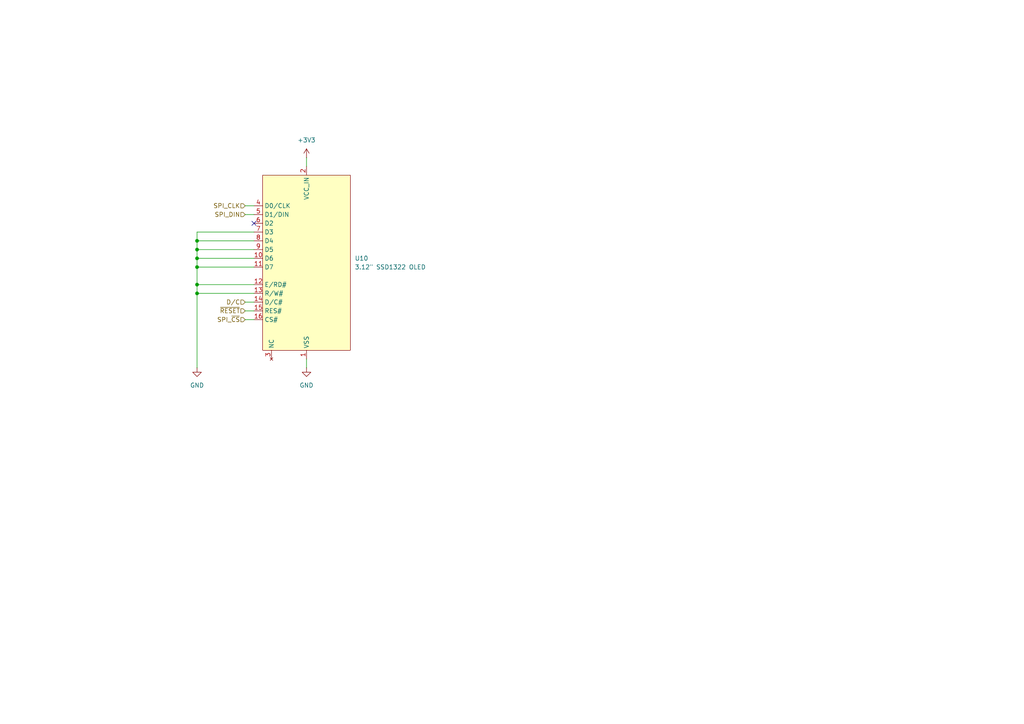
<source format=kicad_sch>
(kicad_sch (version 20231120) (generator "eeschema") (generator_version "8.0")
  (paper "A4")
  (lib_symbols
    (symbol "SSD1322_OLED:SSD1322_OLED"
      (property "Reference" "U" (at 0 24.892 0))
      (symbol "SSD1322_OLED_0_0"
        (pin unspecified line (at 0 -40.64 90) (length 2.54) (name "VSS") (number "1"))
        (pin unspecified line (at -15.24 -11.43 0) (length 2.54) (name "D6") (number "10"))
        (pin unspecified line (at -15.24 -13.97 0) (length 2.54) (name "D7") (number "11"))
        (pin unspecified line (at -15.24 -19.05 0) (length 2.54) (name "E/RD#") (number "12"))
        (pin unspecified line (at -15.24 -21.59 0) (length 2.54) (name "R/W#") (number "13"))
        (pin unspecified line (at -15.24 -24.13 0) (length 2.54) (name "D/C#") (number "14"))
        (pin unspecified line (at -15.24 -26.67 0) (length 2.54) (name "RES#") (number "15"))
        (pin unspecified line (at -15.24 -29.21 0) (length 2.54) (name "CS#") (number "16"))
        (pin unspecified line (at 0 15.24 270) (length 2.54) (name "VCC_IN") (number "2"))
        (pin no_connect line (at -10.16 -40.64 90) (length 2.54) (name "NC") (number "3"))
        (pin unspecified line (at -15.24 3.81 0) (length 2.54) (name "D0/CLK") (number "4"))
        (pin unspecified line (at -15.24 1.27 0) (length 2.54) (name "D1/DIN") (number "5"))
        (pin unspecified line (at -15.24 -1.27 0) (length 2.54) (name "D2") (number "6"))
        (pin unspecified line (at -15.24 -3.81 0) (length 2.54) (name "D3") (number "7"))
        (pin unspecified line (at -15.24 -6.35 0) (length 2.54) (name "D4") (number "8"))
        (pin unspecified line (at -15.24 -8.89 0) (length 2.54) (name "D5") (number "9"))
      )
      (symbol "SSD1322_OLED_1_1"
        (rectangle (start -12.7 12.7) (end 12.7 -38.1) (fill (type background)))
      )
    )
    (symbol "power:+3V3" (power) (pin_numbers hide) (pin_names (offset 0) hide)
      (property "Value" "+3V3" (at 0 3.556 0))
      (symbol "+3V3_0_1"
        (polyline (pts (xy -0.762 1.27) (xy 0 2.54)))
        (polyline (pts (xy 0 0) (xy 0 2.54)))
        (polyline (pts (xy 0 2.54) (xy 0.762 1.27)))
      )
      (symbol "+3V3_1_1"
        (pin power_in line (at 0 0 90) (length 0) (name "~") (number "1"))
      )
    )
    (symbol "power:GND" (power) (pin_numbers hide) (pin_names (offset 0) hide)
      (property "Value" "GND" (at 0 -3.81 0))
      (symbol "GND_0_1"
        (polyline (pts (xy 0 0) (xy 0 -1.27) (xy 1.27 -1.27) (xy 0 -2.54) (xy -1.27 -1.27) (xy 0 -1.27)))
      )
      (symbol "GND_1_1"
        (pin power_in line (at 0 0 270) (length 0) (name "~") (number "1"))
      )
    )
  )
  (junction (at 57.15 72.39))
  (junction (at 57.15 69.85))
  (junction (at 57.15 82.55))
  (junction (at 57.15 77.47))
  (junction (at 57.15 85.09))
  (junction (at 57.15 74.93))
  (no_connect (at 73.66 64.77))
  (wire (pts (xy 73.66 82.55) (xy 57.15 82.55)))
  (wire (pts (xy 57.15 74.93) (xy 73.66 74.93)))
  (wire (pts (xy 57.15 82.55) (xy 57.15 85.09)))
  (wire (pts (xy 57.15 85.09) (xy 57.15 106.68)))
  (wire (pts (xy 88.9 45.72) (xy 88.9 48.26)))
  (wire (pts (xy 71.12 90.17) (xy 73.66 90.17)))
  (wire (pts (xy 57.15 67.31) (xy 57.15 69.85)))
  (wire (pts (xy 57.15 72.39) (xy 57.15 74.93)))
  (wire (pts (xy 57.15 77.47) (xy 73.66 77.47)))
  (wire (pts (xy 57.15 69.85) (xy 73.66 69.85)))
  (wire (pts (xy 71.12 62.23) (xy 73.66 62.23)))
  (wire (pts (xy 57.15 69.85) (xy 57.15 72.39)))
  (wire (pts (xy 71.12 92.71) (xy 73.66 92.71)))
  (wire (pts (xy 88.9 104.14) (xy 88.9 106.68)))
  (wire (pts (xy 57.15 74.93) (xy 57.15 77.47)))
  (wire (pts (xy 57.15 67.31) (xy 73.66 67.31)))
  (wire (pts (xy 71.12 59.69) (xy 73.66 59.69)))
  (wire (pts (xy 57.15 85.09) (xy 73.66 85.09)))
  (wire (pts (xy 71.12 87.63) (xy 73.66 87.63)))
  (wire (pts (xy 57.15 72.39) (xy 73.66 72.39)))
  (wire (pts (xy 57.15 82.55) (xy 57.15 77.47)))
  (hierarchical_label "SPI_CLK" (shape input) (at 71.12 59.69 180))
  (hierarchical_label "D{slash}C" (shape input) (at 71.12 87.63 180))
  (hierarchical_label "SPI_DIN" (shape input) (at 71.12 62.23 180))
  (hierarchical_label "SPI_~{CS}" (shape input) (at 71.12 92.71 180))
  (hierarchical_label "~{RESET}" (shape input) (at 71.12 90.17 180))
  (symbol (lib_id "SSD1322_OLED:SSD1322_OLED") (at 88.9 63.5 0) (unit 1)
    (property "Reference" "U10" (at 102.87 74.9299 0) (effects (justify left)))
    (property "Value" "3.12\" SSD1322 OLED" (at 102.87 77.4699 0) (effects (justify left)))
    (property "Footprint" "SSD1322_OLED:SSD1322_OLED" (effects (hide yes)))
    (property "Description" "3.12\" OLED display 256x64 pixels SSD1322" (effects (hide yes)))
  )
  (symbol (lib_id "power:GND") (at 88.9 106.68 0) (unit 1)
    (property "Reference" "#PWR0166" (effects (hide yes)))
    (property "Value" "GND" (at 88.9 111.76 0))
    (property "Description" "Power symbol creates a global label with name \"GND\" , ground" (effects (hide yes)))
  )
  (symbol (lib_id "power:+3V3") (at 88.9 45.72 0) (unit 1)
    (property "Reference" "#PWR0164" (effects (hide yes)))
    (property "Value" "+3V3" (at 88.9 40.64 0))
    (property "Description" "Power symbol creates a global label with name \"+3V3\"" (effects (hide yes)))
  )
  (symbol (lib_id "power:GND") (at 57.15 106.68 0) (unit 1)
    (property "Reference" "#PWR0165" (effects (hide yes)))
    (property "Value" "GND" (at 57.15 111.76 0))
    (property "Description" "Power symbol creates a global label with name \"GND\" , ground" (effects (hide yes)))
  )
)
</source>
